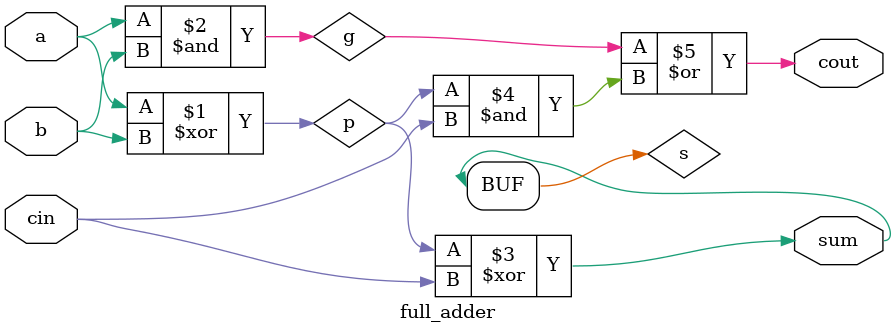
<source format=v>
module adder_8bit(
    input [7:0] a, b, 
    input cin, 
    output [7:0] sum, 
    output cout);

    wire [7:0] carry;

    // Instantiate individual full adders for each bit position
    full_adder fa0(.a(a[0]), .b(b[0]), .cin(cin), .sum(sum[0]), .cout(carry[0]));
    full_adder fa1(.a(a[1]), .b(b[1]), .cin(carry[0]), .sum(sum[1]), .cout(carry[1]));
    full_adder fa2(.a(a[2]), .b(b[2]), .cin(carry[1]), .sum(sum[2]), .cout(carry[2]));
    full_adder fa3(.a(a[3]), .b(b[3]), .cin(carry[2]), .sum(sum[3]), .cout(carry[3]));
    full_adder fa4(.a(a[4]), .b(b[4]), .cin(carry[3]), .sum(sum[4]), .cout(carry[4]));
    full_adder fa5(.a(a[5]), .b(b[5]), .cin(carry[4]), .sum(sum[5]), .cout(carry[5]));
    full_adder fa6(.a(a[6]), .b(b[6]), .cin(carry[5]), .sum(sum[6]), .cout(carry[6]));
    full_adder fa7(.a(a[7]), .b(b[7]), .cin(carry[6]), .sum(sum[7]), .cout(carry[7]));

    // The final carry out is the carry from the most significant bit
    assign cout = carry[7];

endmodule

module full_adder(
    input a, b, cin,
    output sum, cout);
    wire p, g, s;

    // Partial and generate carry calculations
    assign p = a ^ b;
    assign g = a & b;
    assign s = p ^ cin;
    assign cout = g | (p & cin);

    // Sum calculation
    assign sum = s;
endmodule
</source>
